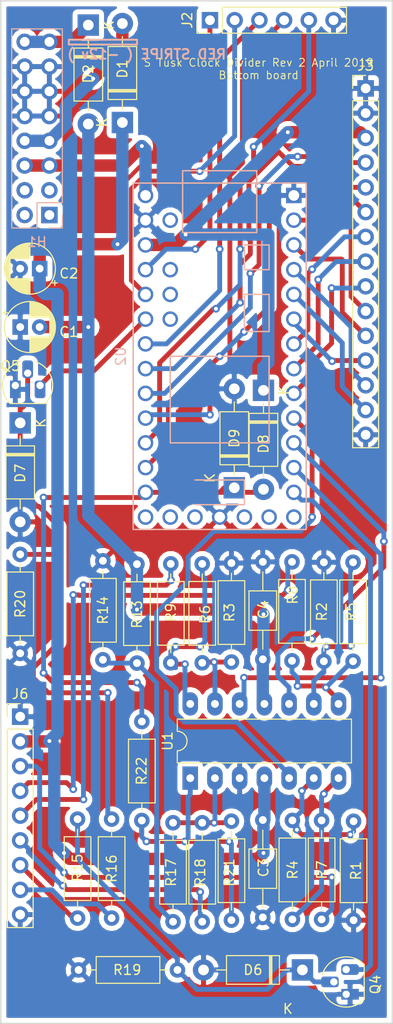
<source format=kicad_pcb>
(kicad_pcb (version 20171130) (host pcbnew "(5.0.1)-3")
  (layers (0 F.Cu signal hide) (31 B.Cu signal hide) (34 B.Paste user hide) (35 F.Paste user hide) (36 B.SilkS user) (37 F.SilkS user) (38 B.Mask user) (39 F.Mask user) (44 Edge.Cuts user))
  (net 0 "")
  (net 1 +12V)
  (net 2 GND)
  (net 3 -12V)
  (net 4 /+12V_in)
  (net 5 /-12V_in)
  (net 6 "Net-(D6-Pad1)")
  (net 7 "Net-(D7-Pad1)")
  (net 8 /CV_in)
  (net 9 /+3_3V)
  (net 10 "Net-(H1-Pad1)")
  (net 11 "Net-(H1-Pad2)")
  (net 12 "Net-(H1-Pad3)")
  (net 13 "Net-(H1-Pad4)")
  (net 14 +5V)
  (net 15 /LED_Sh_B)
  (net 16 /Pot_Length)
  (net 17 /Pot_Divisions)
  (net 18 /Pot_CVamt)
  (net 19 /EncoderA)
  (net 20 /EncoderB)
  (net 21 /EncoderSw)
  (net 22 /SW_DivEuc1)
  (net 23 /SW_DivEuc2)
  (net 24 /SW_CVassgn)
  (net 25 /SW_OutMode1)
  (net 26 /SW_OutMode2)
  (net 27 /Rin_B)
  (net 28 /CLin_B)
  (net 29 /CVin_B)
  (net 30 /OutT_B)
  (net 31 /OutM_B)
  (net 32 /OutC_B)
  (net 33 /Trigger_in)
  (net 34 /Cycle_in)
  (net 35 "Net-(R1-Pad1)")
  (net 36 "Net-(R2-Pad1)")
  (net 37 "Net-(R3-Pad1)")
  (net 38 "Net-(R4-Pad1)")
  (net 39 "Net-(R5-Pad1)")
  (net 40 "Net-(R6-Pad1)")
  (net 41 /Vref)
  (net 42 "Net-(R17-Pad1)")
  (net 43 "Net-(R21-Pad1)")
  (net 44 /CV_ind_LED_Length)
  (net 45 /CV_ind_LED_Divs)
  (net 46 /CV_ind_LED_shift)
  (net 47 /CV_ind_LED_shuffle)
  (net 48 /DigiOut_out)
  (net 49 /DigiOut_Cycle)
  (net 50 /DigiOut_Thru)
  (net 51 "Net-(U2-Pad18)")
  (net 52 "Net-(U2-Pad19)")
  (net 53 "Net-(U2-Pad20)")
  (net 54 "Net-(U2-Pad16)")
  (net 55 "Net-(U2-Pad15)")
  (net 56 "Net-(U2-Pad14)")
  (net 57 "Net-(U2-Pad34)")
  (net 58 "Net-(U2-Pad35)")
  (net 59 "Net-(U2-Pad36)")
  (net 60 "Net-(U2-Pad37)")
  (module Package_TO_SOT_THT:TO-92L_HandSolder (layer F.Cu) (at 97 117 90)
    (fp_text reference Q4 (at 1 3 90) (layer F.SilkS))
    (fp_text value 2N3904)
    (pad 1 thru_hole rect (at 0 0 90) (size 1.1 1.8) (drill 0.75 (offset 0 0.4)) (layers *.Cu *.Mask) (net 2 GND))
    (pad 3 thru_hole roundrect (at 2.54 0 90) (size 1.1 1.8) (drill 0.75 (offset 0 0.4)) (layers *.Cu *.Mask) (net 33 /Trigger_in))
    (pad 2 thru_hole roundrect (at 1.27 -1.27 90) (size 1.1 1.8) (drill 0.75 (offset 0 -0.4)) (layers *.Cu *.Mask) (net 6 "Net-(D6-Pad1)"))
  )
  (module Package_TO_SOT_THT:TO-92L_HandSolder (layer F.Cu) (at 63 54.5)
    (fp_text reference Q5 (at -0.5 -2) (layer F.SilkS))
    (fp_text value 2N3904)
    (pad 1 thru_hole rect (at 0 0) (size 1.1 1.8) (drill 0.75 (offset 0 0.4)) (layers *.Cu *.Mask) (net 2 GND))
    (pad 3 thru_hole roundrect (at 2.54 0) (size 1.1 1.8) (drill 0.75 (offset 0 0.4)) (layers *.Cu *.Mask) (net 34 /Cycle_in))
    (pad 2 thru_hole roundrect (at 1.27 -1.27) (size 1.1 1.8) (drill 0.75 (offset 0 -0.4)) (layers *.Cu *.Mask) (net 7 "Net-(D7-Pad1)"))
  )
  (module Capacitor_THT:C_Axial_L3.8mm_D2.6mm_P10.00mm_Horizontal (layer F.Cu) (at 88.431834 82.606702 90)
    (fp_text reference C4 (at 5.106702 0.068166 90) (layer F.SilkS))
    (fp_text value 100nF)
    (pad 2 thru_hole oval (at 10 0 90) (size 1.6 1.6) (drill 0.8) (layers *.Cu *.Mask) (net 2 GND))
    (pad 1 thru_hole circle (at 0 0 90) (size 1.6 1.6) (drill 0.8) (layers *.Cu *.Mask) (net 3 -12V))
  )
  (module Capacitor_THT:C_Axial_L3.8mm_D2.6mm_P10.00mm_Horizontal (layer F.Cu) (at 88.431834 109.106702 90)
    (fp_text reference C3 (at 5.106702 0.068166 90) (layer F.SilkS))
    (fp_text value 100nF)
    (pad 2 thru_hole oval (at 10 0 90) (size 1.6 1.6) (drill 0.8) (layers *.Cu *.Mask) (net 1 +12V))
    (pad 1 thru_hole circle (at 0 0 90) (size 1.6 1.6) (drill 0.8) (layers *.Cu *.Mask) (net 2 GND))
  )
  (module Capacitor_THT:CP_Radial_D5.0mm_P2.00mm (layer F.Cu) (at 65.5 42.5 180)
    (fp_text reference C1 (at -3 -6.5 180) (layer F.SilkS))
    (fp_text value 10uF)
    (pad 1 thru_hole rect (at 0 0 180) (size 1.6 1.6) (drill 0.8) (layers *.Cu *.Mask) (net 1 +12V))
    (pad 2 thru_hole circle (at 2 0 180) (size 1.6 1.6) (drill 0.8) (layers *.Cu *.Mask) (net 2 GND))
  )
  (module Capacitor_THT:CP_Radial_D5.0mm_P2.00mm (layer F.Cu) (at 63.5 48.5)
    (fp_text reference C2 (at 5 -5.5) (layer F.SilkS))
    (fp_text value 10uF)
    (pad 2 thru_hole circle (at 2 0) (size 1.6 1.6) (drill 0.8) (layers *.Cu *.Mask) (net 3 -12V))
    (pad 1 thru_hole rect (at 0 0) (size 1.6 1.6) (drill 0.8) (layers *.Cu *.Mask) (net 2 GND))
  )
  (module Diode_THT:D_DO-41_SOD81_P10.16mm_Horizontal (layer F.Cu) (at 74 27.5 90)
    (fp_text reference D1 (at 5.5 0 90) (layer F.SilkS))
    (fp_text value 1N4001)
    (fp_text user K (at 0 -2.1 90) (layer F.SilkS))
    (pad 2 thru_hole oval (at 10.16 0 90) (size 2.2 2.2) (drill 1.1) (layers *.Cu *.Mask) (net 4 /+12V_in))
    (pad 1 thru_hole rect (at 0 0 90) (size 2.2 2.2) (drill 1.1) (layers *.Cu *.Mask) (net 1 +12V))
  )
  (module Diode_THT:D_DO-41_SOD81_P10.16mm_Horizontal (layer F.Cu) (at 70.5 17.5 270)
    (fp_text reference D2 (at 5 0 270) (layer F.SilkS))
    (fp_text value 1N4001)
    (fp_text user K (at 0 -2.1 270) (layer F.SilkS))
    (pad 1 thru_hole rect (at 0 0 270) (size 2.2 2.2) (drill 1.1) (layers *.Cu *.Mask) (net 5 /-12V_in))
    (pad 2 thru_hole oval (at 10.16 0 270) (size 2.2 2.2) (drill 1.1) (layers *.Cu *.Mask) (net 3 -12V))
  )
  (module Diode_THT:D_DO-41_SOD81_P10.16mm_Horizontal (layer F.Cu) (at 92.5 114.5 180)
    (fp_text reference D6 (at 5.08 0 180) (layer F.SilkS))
    (fp_text value 1N4001)
    (fp_text user K (at 1.5 -4 180) (layer F.SilkS))
    (pad 1 thru_hole rect (at 0 0 180) (size 2.2 2.2) (drill 1.1) (layers *.Cu *.Mask) (net 6 "Net-(D6-Pad1)"))
    (pad 2 thru_hole oval (at 10.16 0 180) (size 2.2 2.2) (drill 1.1) (layers *.Cu *.Mask) (net 2 GND))
  )
  (module Diode_THT:D_DO-41_SOD81_P10.16mm_Horizontal (layer F.Cu) (at 63.5 58.34 270)
    (fp_text reference D7 (at 5.16 0 270) (layer F.SilkS))
    (fp_text value 1N4001)
    (fp_text user K (at 0 -2.1 270) (layer F.SilkS))
    (pad 1 thru_hole rect (at 0 0 270) (size 2.2 2.2) (drill 1.1) (layers *.Cu *.Mask) (net 7 "Net-(D7-Pad1)"))
    (pad 2 thru_hole oval (at 10.16 0 270) (size 2.2 2.2) (drill 1.1) (layers *.Cu *.Mask) (net 2 GND))
  )
  (module Diode_THT:D_DO-41_SOD81_P10.16mm_Horizontal (layer F.Cu) (at 88.5 55 270)
    (fp_text reference D8 (at 5.5 0 270) (layer F.SilkS))
    (fp_text value 1N4001)
    (fp_text user K (at 0 -2.1 270) (layer F.SilkS))
    (pad 2 thru_hole oval (at 10.16 0 270) (size 2.2 2.2) (drill 1.1) (layers *.Cu *.Mask) (net 8 /CV_in))
    (pad 1 thru_hole rect (at 0 0 270) (size 2.2 2.2) (drill 1.1) (layers *.Cu *.Mask) (net 9 /+3_3V))
  )
  (module Diode_THT:D_DO-41_SOD81_P10.16mm_Horizontal (layer F.Cu) (at 85.5 65 90)
    (fp_text reference D9 (at 5.08 0 90) (layer F.SilkS))
    (fp_text value 1N4001)
    (fp_text user K (at 1 -2.5 90) (layer F.SilkS))
    (pad 2 thru_hole oval (at 10.16 0 90) (size 2.2 2.2) (drill 1.1) (layers *.Cu *.Mask) (net 2 GND))
    (pad 1 thru_hole rect (at 0 0 90) (size 2.2 2.2) (drill 1.1) (layers *.Cu *.Mask) (net 8 /CV_in))
  )
  (module Connector_PinSocket_2.54mm:PinSocket_2x08_P2.54mm_Vertical (layer B.Cu) (at 66.5 37)
    (fp_text reference H1 (at -1.27 2.77) (layer B.SilkS) (effects (justify mirror)))
    (fp_text value EURO_PWR_2X8)
    (pad 1 thru_hole rect (at 0 0) (size 1.7 1.7) (drill 1) (layers *.Cu *.Mask) (net 10 "Net-(H1-Pad1)"))
    (pad 2 thru_hole oval (at -2.54 0) (size 1.7 1.7) (drill 1) (layers *.Cu *.Mask) (net 11 "Net-(H1-Pad2)"))
    (pad 3 thru_hole oval (at 0 -2.54) (size 1.7 1.7) (drill 1) (layers *.Cu *.Mask) (net 12 "Net-(H1-Pad3)"))
    (pad 4 thru_hole oval (at -2.54 -2.54) (size 1.7 1.7) (drill 1) (layers *.Cu *.Mask) (net 13 "Net-(H1-Pad4)"))
    (pad 5 thru_hole oval (at 0 -5.08) (size 1.7 1.7) (drill 1) (layers *.Cu *.Mask) (net 14 +5V))
    (pad 6 thru_hole oval (at -2.54 -5.08) (size 1.7 1.7) (drill 1) (layers *.Cu *.Mask) (net 14 +5V))
    (pad 7 thru_hole oval (at 0 -7.62) (size 1.7 1.7) (drill 1) (layers *.Cu *.Mask) (net 4 /+12V_in))
    (pad 8 thru_hole oval (at -2.54 -7.62) (size 1.7 1.7) (drill 1) (layers *.Cu *.Mask) (net 4 /+12V_in))
    (pad 9 thru_hole oval (at 0 -10.16) (size 1.7 1.7) (drill 1) (layers *.Cu *.Mask) (net 2 GND))
    (pad 10 thru_hole oval (at -2.54 -10.16) (size 1.7 1.7) (drill 1) (layers *.Cu *.Mask) (net 2 GND))
    (pad 11 thru_hole oval (at 0 -12.7) (size 1.7 1.7) (drill 1) (layers *.Cu *.Mask) (net 2 GND))
    (pad 12 thru_hole oval (at -2.54 -12.7) (size 1.7 1.7) (drill 1) (layers *.Cu *.Mask) (net 2 GND))
    (pad 13 thru_hole oval (at 0 -15.24) (size 1.7 1.7) (drill 1) (layers *.Cu *.Mask) (net 2 GND))
    (pad 14 thru_hole oval (at -2.54 -15.24) (size 1.7 1.7) (drill 1) (layers *.Cu *.Mask) (net 2 GND))
    (pad 15 thru_hole oval (at 0 -17.78) (size 1.7 1.7) (drill 1) (layers *.Cu *.Mask) (net 5 /-12V_in))
    (pad 16 thru_hole oval (at -2.54 -17.78) (size 1.7 1.7) (drill 1) (layers *.Cu *.Mask) (net 5 /-12V_in))
  )
  (module Connector_PinHeader_2.54mm:PinHeader_1x06_P2.54mm_Vertical (layer F.Cu) (at 83 17 90)
    (fp_text reference J2 (at 0 -2.33 90) (layer F.SilkS))
    (fp_text value Conn_01x06_Male)
    (pad 6 thru_hole oval (at 0 12.7 90) (size 1.7 1.7) (drill 1) (layers *.Cu *.Mask) (net 2 GND))
    (pad 5 thru_hole oval (at 0 10.16 90) (size 1.7 1.7) (drill 1) (layers *.Cu *.Mask) (net 15 /LED_Sh_B))
    (pad 4 thru_hole oval (at 0 7.62 90) (size 1.7 1.7) (drill 1) (layers *.Cu *.Mask) (net 47 /CV_ind_LED_shuffle))
    (pad 3 thru_hole oval (at 0 5.08 90) (size 1.7 1.7) (drill 1) (layers *.Cu *.Mask) (net 46 /CV_ind_LED_shift))
    (pad 2 thru_hole oval (at 0 2.54 90) (size 1.7 1.7) (drill 1) (layers *.Cu *.Mask) (net 45 /CV_ind_LED_Divs))
    (pad 1 thru_hole rect (at 0 0 90) (size 1.7 1.7) (drill 1) (layers *.Cu *.Mask) (net 44 /CV_ind_LED_Length))
  )
  (module Connector_PinHeader_2.54mm:PinHeader_1x15_P2.54mm_Vertical (layer F.Cu) (at 99 24)
    (fp_text reference J3 (at 0 -2.33) (layer F.SilkS))
    (fp_text value Conn_01x15_Male)
    (pad 1 thru_hole rect (at 0 0) (size 1.7 1.7) (drill 1) (layers *.Cu *.Mask) (net 2 GND))
    (pad 2 thru_hole oval (at 0 2.54) (size 1.7 1.7) (drill 1) (layers *.Cu *.Mask) (net 2 GND))
    (pad 3 thru_hole oval (at 0 5.08) (size 1.7 1.7) (drill 1) (layers *.Cu *.Mask) (net 9 /+3_3V))
    (pad 4 thru_hole oval (at 0 7.62) (size 1.7 1.7) (drill 1) (layers *.Cu *.Mask) (net 16 /Pot_Length))
    (pad 5 thru_hole oval (at 0 10.16) (size 1.7 1.7) (drill 1) (layers *.Cu *.Mask) (net 17 /Pot_Divisions))
    (pad 6 thru_hole oval (at 0 12.7) (size 1.7 1.7) (drill 1) (layers *.Cu *.Mask) (net 18 /Pot_CVamt))
    (pad 7 thru_hole oval (at 0 15.24) (size 1.7 1.7) (drill 1) (layers *.Cu *.Mask) (net 19 /EncoderA))
    (pad 8 thru_hole oval (at 0 17.78) (size 1.7 1.7) (drill 1) (layers *.Cu *.Mask) (net 20 /EncoderB))
    (pad 9 thru_hole oval (at 0 20.32) (size 1.7 1.7) (drill 1) (layers *.Cu *.Mask) (net 21 /EncoderSw))
    (pad 10 thru_hole oval (at 0 22.86) (size 1.7 1.7) (drill 1) (layers *.Cu *.Mask) (net 22 /SW_DivEuc1))
    (pad 11 thru_hole oval (at 0 25.4) (size 1.7 1.7) (drill 1) (layers *.Cu *.Mask) (net 23 /SW_DivEuc2))
    (pad 12 thru_hole oval (at 0 27.94) (size 1.7 1.7) (drill 1) (layers *.Cu *.Mask) (net 24 /SW_CVassgn))
    (pad 13 thru_hole oval (at 0 30.48) (size 1.7 1.7) (drill 1) (layers *.Cu *.Mask) (net 25 /SW_OutMode1))
    (pad 14 thru_hole oval (at 0 33.02) (size 1.7 1.7) (drill 1) (layers *.Cu *.Mask) (net 26 /SW_OutMode2))
    (pad 15 thru_hole oval (at 0 35.56) (size 1.7 1.7) (drill 1) (layers *.Cu *.Mask) (net 2 GND))
  )
  (module Connector_PinHeader_2.54mm:PinHeader_1x09_P2.54mm_Vertical (layer F.Cu) (at 63.5 88.5)
    (fp_text reference J6 (at 0 -2.33) (layer F.SilkS))
    (fp_text value Conn_01x09_Male)
    (pad 9 thru_hole oval (at 0 20.32) (size 1.7 1.7) (drill 1) (layers *.Cu *.Mask) (net 2 GND))
    (pad 8 thru_hole oval (at 0 17.78) (size 1.7 1.7) (drill 1) (layers *.Cu *.Mask) (net 27 /Rin_B))
    (pad 7 thru_hole oval (at 0 15.24) (size 1.7 1.7) (drill 1) (layers *.Cu *.Mask) (net 28 /CLin_B))
    (pad 6 thru_hole oval (at 0 12.7) (size 1.7 1.7) (drill 1) (layers *.Cu *.Mask) (net 29 /CVin_B))
    (pad 5 thru_hole oval (at 0 10.16) (size 1.7 1.7) (drill 1) (layers *.Cu *.Mask) (net 30 /OutT_B))
    (pad 4 thru_hole oval (at 0 7.62) (size 1.7 1.7) (drill 1) (layers *.Cu *.Mask) (net 31 /OutM_B))
    (pad 3 thru_hole oval (at 0 5.08) (size 1.7 1.7) (drill 1) (layers *.Cu *.Mask) (net 32 /OutC_B))
    (pad 2 thru_hole oval (at 0 2.54) (size 1.7 1.7) (drill 1) (layers *.Cu *.Mask) (net 1 +12V))
    (pad 1 thru_hole rect (at 0 0) (size 1.7 1.7) (drill 1) (layers *.Cu *.Mask) (net 2 GND))
  )
  (module Resistor_THT:R_Axial_DIN0207_L6.3mm_D2.5mm_P10.16mm_Horizontal (layer F.Cu) (at 97.75909 99.236542 270)
    (fp_text reference R1 (at 5.08 -0.24091 270) (layer F.SilkS))
    (fp_text value 100k)
    (pad 1 thru_hole circle (at 0 0 270) (size 1.6 1.6) (drill 0.8) (layers *.Cu *.Mask) (net 35 "Net-(R1-Pad1)"))
    (pad 2 thru_hole oval (at 10.16 0 270) (size 1.6 1.6) (drill 0.8) (layers *.Cu *.Mask) (net 2 GND))
  )
  (module Resistor_THT:R_Axial_DIN0207_L6.3mm_D2.5mm_P10.16mm_Horizontal (layer F.Cu) (at 94.705873 82.811486 90)
    (fp_text reference R2 (at 5.08 -0.205873 90) (layer F.SilkS))
    (fp_text value 100k)
    (pad 2 thru_hole oval (at 10.16 0 90) (size 1.6 1.6) (drill 0.8) (layers *.Cu *.Mask) (net 2 GND))
    (pad 1 thru_hole circle (at 0 0 90) (size 1.6 1.6) (drill 0.8) (layers *.Cu *.Mask) (net 36 "Net-(R2-Pad1)"))
  )
  (module Resistor_THT:R_Axial_DIN0207_L6.3mm_D2.5mm_P10.16mm_Horizontal (layer F.Cu) (at 85.205873 82.890678 90)
    (fp_text reference R3 (at 5.08 -0.205873 90) (layer F.SilkS))
    (fp_text value 100k)
    (pad 1 thru_hole circle (at 0 0 90) (size 1.6 1.6) (drill 0.8) (layers *.Cu *.Mask) (net 37 "Net-(R3-Pad1)"))
    (pad 2 thru_hole oval (at 10.16 0 90) (size 1.6 1.6) (drill 0.8) (layers *.Cu *.Mask) (net 2 GND))
  )
  (module Resistor_THT:R_Axial_DIN0207_L6.3mm_D2.5mm_P10.16mm_Horizontal (layer F.Cu) (at 91.473391 109.311486 90)
    (fp_text reference R4 (at 5.08 0.026609 90) (layer F.SilkS))
    (fp_text value 47k)
    (pad 2 thru_hole oval (at 10.16 0 90) (size 1.6 1.6) (drill 0.8) (layers *.Cu *.Mask) (net 35 "Net-(R1-Pad1)"))
    (pad 1 thru_hole circle (at 0 0 90) (size 1.6 1.6) (drill 0.8) (layers *.Cu *.Mask) (net 38 "Net-(R4-Pad1)"))
  )
  (module Resistor_THT:R_Axial_DIN0207_L6.3mm_D2.5mm_P10.16mm_Horizontal (layer F.Cu) (at 97.705873 82.811486 90)
    (fp_text reference R5 (at 5.08 -0.205873 90) (layer F.SilkS))
    (fp_text value 47k)
    (pad 1 thru_hole circle (at 0 0 90) (size 1.6 1.6) (drill 0.8) (layers *.Cu *.Mask) (net 39 "Net-(R5-Pad1)"))
    (pad 2 thru_hole oval (at 10.16 0 90) (size 1.6 1.6) (drill 0.8) (layers *.Cu *.Mask) (net 36 "Net-(R2-Pad1)"))
  )
  (module Resistor_THT:R_Axial_DIN0207_L6.3mm_D2.5mm_P10.16mm_Horizontal (layer F.Cu) (at 82.205873 72.811486 270)
    (fp_text reference R6 (at 5.188514 -0.294127 270) (layer F.SilkS))
    (fp_text value 47k)
    (pad 1 thru_hole circle (at 0 0 270) (size 1.6 1.6) (drill 0.8) (layers *.Cu *.Mask) (net 40 "Net-(R6-Pad1)"))
    (pad 2 thru_hole oval (at 10.16 0 270) (size 1.6 1.6) (drill 0.8) (layers *.Cu *.Mask) (net 37 "Net-(R3-Pad1)"))
  )
  (module Resistor_THT:R_Axial_DIN0207_L6.3mm_D2.5mm_P10.16mm_Horizontal (layer F.Cu) (at 94.473391 109.311486 90)
    (fp_text reference R7 (at 5.08 0.026609 90) (layer F.SilkS))
    (fp_text value 1k)
    (pad 1 thru_hole circle (at 0 0 90) (size 1.6 1.6) (drill 0.8) (layers *.Cu *.Mask) (net 32 /OutC_B))
    (pad 2 thru_hole oval (at 10.16 0 90) (size 1.6 1.6) (drill 0.8) (layers *.Cu *.Mask) (net 38 "Net-(R4-Pad1)"))
  )
  (module Resistor_THT:R_Axial_DIN0207_L6.3mm_D2.5mm_P10.16mm_Horizontal (layer F.Cu) (at 91.431834 72.606702 270)
    (fp_text reference R8 (at 3.393298 -0.068166 270) (layer F.SilkS))
    (fp_text value 1k)
    (pad 1 thru_hole circle (at 0 0 270) (size 1.6 1.6) (drill 0.8) (layers *.Cu *.Mask) (net 31 /OutM_B))
    (pad 2 thru_hole oval (at 10.16 0 270) (size 1.6 1.6) (drill 0.8) (layers *.Cu *.Mask) (net 39 "Net-(R5-Pad1)"))
  )
  (module Resistor_THT:R_Axial_DIN0207_L6.3mm_D2.5mm_P10.16mm_Horizontal (layer F.Cu) (at 78.973391 72.811486 270)
    (fp_text reference R9 (at 5 0 270) (layer F.SilkS))
    (fp_text value 1k)
    (pad 2 thru_hole oval (at 10.16 0 270) (size 1.6 1.6) (drill 0.8) (layers *.Cu *.Mask) (net 40 "Net-(R6-Pad1)"))
    (pad 1 thru_hole circle (at 0 0 270) (size 1.6 1.6) (drill 0.8) (layers *.Cu *.Mask) (net 30 /OutT_B))
  )
  (module Resistor_THT:R_Axial_DIN0207_L6.3mm_D2.5mm_P10.16mm_Horizontal (layer F.Cu) (at 75.5 83 90)
    (fp_text reference R13 (at 5 0 90) (layer F.SilkS))
    (fp_text value 11k)
    (pad 2 thru_hole oval (at 10.16 0 90) (size 1.6 1.6) (drill 0.8) (layers *.Cu *.Mask) (net 3 -12V))
    (pad 1 thru_hole circle (at 0 0 90) (size 1.6 1.6) (drill 0.8) (layers *.Cu *.Mask) (net 41 /Vref))
  )
  (module Resistor_THT:R_Axial_DIN0207_L6.3mm_D2.5mm_P10.16mm_Horizontal (layer F.Cu) (at 72 72.5 270)
    (fp_text reference R14 (at 5.08 0 270) (layer F.SilkS))
    (fp_text value 91k)
    (pad 2 thru_hole oval (at 10.16 0 270) (size 1.6 1.6) (drill 0.8) (layers *.Cu *.Mask) (net 41 /Vref))
    (pad 1 thru_hole circle (at 0 0 270) (size 1.6 1.6) (drill 0.8) (layers *.Cu *.Mask) (net 2 GND))
  )
  (module Resistor_THT:R_Axial_DIN0207_L6.3mm_D2.5mm_P10.16mm_Horizontal (layer F.Cu) (at 69.394226 99.018477 270)
    (fp_text reference R15 (at 5 0 270) (layer F.SilkS))
    (fp_text value 100k)
    (pad 1 thru_hole circle (at 0 0 270) (size 1.6 1.6) (drill 0.8) (layers *.Cu *.Mask) (net 6 "Net-(D6-Pad1)"))
    (pad 2 thru_hole oval (at 10.16 0 270) (size 1.6 1.6) (drill 0.8) (layers *.Cu *.Mask) (net 28 /CLin_B))
  )
  (module Resistor_THT:R_Axial_DIN0207_L6.3mm_D2.5mm_P10.16mm_Horizontal (layer F.Cu) (at 72.894226 99.018477 270)
    (fp_text reference R16 (at 5.08 0 270) (layer F.SilkS))
    (fp_text value 100k)
    (pad 2 thru_hole oval (at 10.16 0 270) (size 1.6 1.6) (drill 0.8) (layers *.Cu *.Mask) (net 27 /Rin_B))
    (pad 1 thru_hole circle (at 0 0 270) (size 1.6 1.6) (drill 0.8) (layers *.Cu *.Mask) (net 7 "Net-(D7-Pad1)"))
  )
  (module Resistor_THT:R_Axial_DIN0207_L6.3mm_D2.5mm_P10.16mm_Horizontal (layer F.Cu) (at 79.205873 99.390678 270)
    (fp_text reference R17 (at 5.109322 0.205873 270) (layer F.SilkS))
    (fp_text value 100k)
    (pad 1 thru_hole circle (at 0 0 270) (size 1.6 1.6) (drill 0.8) (layers *.Cu *.Mask) (net 42 "Net-(R17-Pad1)"))
    (pad 2 thru_hole oval (at 10.16 0 270) (size 1.6 1.6) (drill 0.8) (layers *.Cu *.Mask) (net 41 /Vref))
  )
  (module Resistor_THT:R_Axial_DIN0207_L6.3mm_D2.5mm_P10.16mm_Horizontal (layer F.Cu) (at 82.205873 99.390678 270)
    (fp_text reference R18 (at 5.109322 0.205873 270) (layer F.SilkS))
    (fp_text value 100k)
    (pad 2 thru_hole oval (at 10.16 0 270) (size 1.6 1.6) (drill 0.8) (layers *.Cu *.Mask) (net 29 /CVin_B))
    (pad 1 thru_hole circle (at 0 0 270) (size 1.6 1.6) (drill 0.8) (layers *.Cu *.Mask) (net 42 "Net-(R17-Pad1)"))
  )
  (module Resistor_THT:R_Axial_DIN0207_L6.3mm_D2.5mm_P10.16mm_Horizontal (layer F.Cu) (at 69.5 114.5)
    (fp_text reference R19 (at 5 0) (layer F.SilkS))
    (fp_text value 33k)
    (pad 2 thru_hole oval (at 10.16 0) (size 1.6 1.6) (drill 0.8) (layers *.Cu *.Mask) (net 6 "Net-(D6-Pad1)"))
    (pad 1 thru_hole circle (at 0 0) (size 1.6 1.6) (drill 0.8) (layers *.Cu *.Mask) (net 2 GND))
  )
  (module Resistor_THT:R_Axial_DIN0207_L6.3mm_D2.5mm_P10.16mm_Horizontal (layer F.Cu) (at 63.5 82 90)
    (fp_text reference R20 (at 5.08 0 90) (layer F.SilkS))
    (fp_text value 33k)
    (pad 1 thru_hole circle (at 0 0 90) (size 1.6 1.6) (drill 0.8) (layers *.Cu *.Mask) (net 2 GND))
    (pad 2 thru_hole oval (at 10.16 0 90) (size 1.6 1.6) (drill 0.8) (layers *.Cu *.Mask) (net 7 "Net-(D7-Pad1)"))
  )
  (module Resistor_THT:R_Axial_DIN0207_L6.3mm_D2.5mm_P10.16mm_Horizontal (layer F.Cu) (at 85.205873 109.390678 90)
    (fp_text reference R21 (at 4.890678 -0.205873 90) (layer F.SilkS))
    (fp_text value 15k)
    (pad 1 thru_hole circle (at 0 0 90) (size 1.6 1.6) (drill 0.8) (layers *.Cu *.Mask) (net 43 "Net-(R21-Pad1)"))
    (pad 2 thru_hole oval (at 10.16 0 90) (size 1.6 1.6) (drill 0.8) (layers *.Cu *.Mask) (net 42 "Net-(R17-Pad1)"))
  )
  (module Resistor_THT:R_Axial_DIN0207_L6.3mm_D2.5mm_P10.16mm_Horizontal (layer F.Cu) (at 76 89 270)
    (fp_text reference R22 (at 5.08 0.026609 270) (layer F.SilkS))
    (fp_text value 10k)
    (pad 2 thru_hole oval (at 10.16 0 270) (size 1.6 1.6) (drill 0.8) (layers *.Cu *.Mask) (net 43 "Net-(R21-Pad1)"))
    (pad 1 thru_hole circle (at 0 0 270) (size 1.6 1.6) (drill 0.8) (layers *.Cu *.Mask) (net 8 /CV_in))
  )
  (module Package_DIP:DIP-14_W7.62mm_LongPads (layer F.Cu) (at 80.973391 94.811486 90)
    (fp_text reference U1 (at 3.81 -2.33 90) (layer F.SilkS))
    (fp_text value TL074)
    (pad 1 thru_hole rect (at 0 0 90) (size 2.4 1.6) (drill 0.8) (layers *.Cu *.Mask) (net 43 "Net-(R21-Pad1)"))
    (pad 8 thru_hole oval (at 7.62 15.24 90) (size 2.4 1.6) (drill 0.8) (layers *.Cu *.Mask) (net 39 "Net-(R5-Pad1)"))
    (pad 2 thru_hole oval (at 0 2.54 90) (size 2.4 1.6) (drill 0.8) (layers *.Cu *.Mask) (net 42 "Net-(R17-Pad1)"))
    (pad 9 thru_hole oval (at 7.62 12.7 90) (size 2.4 1.6) (drill 0.8) (layers *.Cu *.Mask) (net 36 "Net-(R2-Pad1)"))
    (pad 3 thru_hole oval (at 0 5.08 90) (size 2.4 1.6) (drill 0.8) (layers *.Cu *.Mask) (net 2 GND))
    (pad 10 thru_hole oval (at 7.62 10.16 90) (size 2.4 1.6) (drill 0.8) (layers *.Cu *.Mask) (net 48 /DigiOut_out))
    (pad 4 thru_hole oval (at 0 7.62 90) (size 2.4 1.6) (drill 0.8) (layers *.Cu *.Mask) (net 1 +12V))
    (pad 11 thru_hole oval (at 7.62 7.62 90) (size 2.4 1.6) (drill 0.8) (layers *.Cu *.Mask) (net 3 -12V))
    (pad 5 thru_hole oval (at 0 10.16 90) (size 2.4 1.6) (drill 0.8) (layers *.Cu *.Mask) (net 49 /DigiOut_Cycle))
    (pad 12 thru_hole oval (at 7.62 5.08 90) (size 2.4 1.6) (drill 0.8) (layers *.Cu *.Mask) (net 50 /DigiOut_Thru))
    (pad 6 thru_hole oval (at 0 12.7 90) (size 2.4 1.6) (drill 0.8) (layers *.Cu *.Mask) (net 35 "Net-(R1-Pad1)"))
    (pad 13 thru_hole oval (at 7.62 2.54 90) (size 2.4 1.6) (drill 0.8) (layers *.Cu *.Mask) (net 37 "Net-(R3-Pad1)"))
    (pad 7 thru_hole oval (at 0 15.24 90) (size 2.4 1.6) (drill 0.8) (layers *.Cu *.Mask) (net 38 "Net-(R4-Pad1)"))
    (pad 14 thru_hole oval (at 7.62 0 90) (size 2.4 1.6) (drill 0.8) (layers *.Cu *.Mask) (net 40 "Net-(R6-Pad1)"))
  )
  (module teensy:TeensyLC_fixed_pads (layer B.Cu) (at 84 51.5 270)
    (fp_text reference U2 (at 0 10.16 270) (layer B.SilkS) (effects (justify mirror)))
    (fp_text value Teensy-LC)
    (pad 17 thru_hole circle (at 16.51 0 270) (size 1.6 1.6) (drill 1.1) (layers *.Cu *.Mask) (net 2 GND))
    (pad 18 thru_hole circle (at 16.51 2.54 270) (size 1.6 1.6) (drill 1.1) (layers *.Cu *.Mask) (net 51 "Net-(U2-Pad18)"))
    (pad 19 thru_hole circle (at 16.51 5.08 270) (size 1.6 1.6) (drill 1.1) (layers *.Cu *.Mask) (net 52 "Net-(U2-Pad19)"))
    (pad 20 thru_hole circle (at 16.51 7.62 270) (size 1.6 1.6) (drill 1.1) (layers *.Cu *.Mask) (net 53 "Net-(U2-Pad20)"))
    (pad 16 thru_hole circle (at 16.51 -2.54 270) (size 1.6 1.6) (drill 1.1) (layers *.Cu *.Mask) (net 54 "Net-(U2-Pad16)"))
    (pad 15 thru_hole circle (at 16.51 -5.08 270) (size 1.6 1.6) (drill 1.1) (layers *.Cu *.Mask) (net 55 "Net-(U2-Pad15)"))
    (pad 14 thru_hole circle (at 16.51 -7.62 270) (size 1.6 1.6) (drill 1.1) (layers *.Cu *.Mask) (net 56 "Net-(U2-Pad14)"))
    (pad 21 thru_hole circle (at 13.97 7.62 270) (size 1.6 1.6) (drill 1.1) (layers *.Cu *.Mask) (net 8 /CV_in))
    (pad 22 thru_hole circle (at 11.43 7.62 270) (size 1.6 1.6) (drill 1.1) (layers *.Cu *.Mask) (net 18 /Pot_CVamt))
    (pad 23 thru_hole circle (at 8.89 7.62 270) (size 1.6 1.6) (drill 1.1) (layers *.Cu *.Mask) (net 15 /LED_Sh_B))
    (pad 24 thru_hole circle (at 6.35 7.62 270) (size 1.6 1.6) (drill 1.1) (layers *.Cu *.Mask) (net 47 /CV_ind_LED_shuffle))
    (pad 25 thru_hole circle (at 3.81 7.62 270) (size 1.6 1.6) (drill 1.1) (layers *.Cu *.Mask) (net 16 /Pot_Length))
    (pad 26 thru_hole circle (at 1.27 7.62 270) (size 1.6 1.6) (drill 1.1) (layers *.Cu *.Mask) (net 17 /Pot_Divisions))
    (pad 27 thru_hole circle (at -1.27 7.62 270) (size 1.6 1.6) (drill 1.1) (layers *.Cu *.Mask) (net 46 /CV_ind_LED_shift))
    (pad 28 thru_hole circle (at -3.81 7.62 270) (size 1.6 1.6) (drill 1.1) (layers *.Cu *.Mask) (net 34 /Cycle_in))
    (pad 29 thru_hole circle (at -6.35 7.62 270) (size 1.6 1.6) (drill 1.1) (layers *.Cu *.Mask) (net 45 /CV_ind_LED_Divs))
    (pad 30 thru_hole circle (at -8.89 7.62 270) (size 1.6 1.6) (drill 1.1) (layers *.Cu *.Mask) (net 44 /CV_ind_LED_Length))
    (pad 31 thru_hole circle (at -11.43 7.62 270) (size 1.6 1.6) (drill 1.1) (layers *.Cu *.Mask) (net 9 /+3_3V))
    (pad 32 thru_hole circle (at -13.97 7.62 270) (size 1.6 1.6) (drill 1.1) (layers *.Cu *.Mask) (net 2 GND))
    (pad 33 thru_hole circle (at -16.51 7.62 270) (size 1.6 1.6) (drill 1.1) (layers *.Cu *.Mask) (net 14 +5V))
    (pad 34 thru_hole circle (at -13.97 5.08 270) (size 1.6 1.6) (drill 1.1) (layers *.Cu *.Mask) (net 57 "Net-(U2-Pad34)"))
    (pad 35 thru_hole circle (at -8.89 5.08 270) (size 1.6 1.6) (drill 1.1) (layers *.Cu *.Mask) (net 58 "Net-(U2-Pad35)"))
    (pad 36 thru_hole circle (at -6.35 5.08 270) (size 1.6 1.6) (drill 1.1) (layers *.Cu *.Mask) (net 59 "Net-(U2-Pad36)"))
    (pad 37 thru_hole circle (at -3.81 5.08 270) (size 1.6 1.6) (drill 1.1) (layers *.Cu *.Mask) (net 60 "Net-(U2-Pad37)"))
    (pad 13 thru_hole circle (at 13.97 -7.62 270) (size 1.6 1.6) (drill 1.1) (layers *.Cu *.Mask) (net 33 /Trigger_in))
    (pad 12 thru_hole circle (at 11.43 -7.62 270) (size 1.6 1.6) (drill 1.1) (layers *.Cu *.Mask) (net 50 /DigiOut_Thru))
    (pad 11 thru_hole circle (at 8.89 -7.62 270) (size 1.6 1.6) (drill 1.1) (layers *.Cu *.Mask) (net 48 /DigiOut_out))
    (pad 10 thru_hole circle (at 6.35 -7.62 270) (size 1.6 1.6) (drill 1.1) (layers *.Cu *.Mask) (net 49 /DigiOut_Cycle))
    (pad 9 thru_hole circle (at 3.81 -7.62 270) (size 1.6 1.6) (drill 1.1) (layers *.Cu *.Mask) (net 21 /EncoderSw))
    (pad 8 thru_hole circle (at 1.27 -7.62 270) (size 1.6 1.6) (drill 1.1) (layers *.Cu *.Mask) (net 20 /EncoderB))
    (pad 7 thru_hole circle (at -1.27 -7.62 270) (size 1.6 1.6) (drill 1.1) (layers *.Cu *.Mask) (net 19 /EncoderA))
    (pad 6 thru_hole circle (at -3.81 -7.62 270) (size 1.6 1.6) (drill 1.1) (layers *.Cu *.Mask) (net 24 /SW_CVassgn))
    (pad 5 thru_hole circle (at -6.35 -7.62 270) (size 1.6 1.6) (drill 1.1) (layers *.Cu *.Mask) (net 26 /SW_OutMode2))
    (pad 4 thru_hole circle (at -8.89 -7.62 270) (size 1.6 1.6) (drill 1.1) (layers *.Cu *.Mask) (net 25 /SW_OutMode1))
    (pad 3 thru_hole circle (at -11.43 -7.62 270) (size 1.6 1.6) (drill 1.1) (layers *.Cu *.Mask) (net 23 /SW_DivEuc2))
    (pad 2 thru_hole circle (at -13.97 -7.62 270) (size 1.6 1.6) (drill 1.1) (layers *.Cu *.Mask) (net 22 /SW_DivEuc1))
    (pad 1 thru_hole rect (at -16.51 -7.62 270) (size 1.6 1.6) (drill 1.1) (layers *.Cu *.Mask) (net 2 GND))
  )
  (gr_text "RED STRIPE ( -12v )" (at 76.5 20.5) (layer B.SilkS) (effects (font (size 1 1) (thickness 0.2)) (justify mirror)))
  (gr_line (start 75.5 19.5) (end 75.5 19) (layer B.SilkS) (width 0.2))
  (gr_line (start 68.5 19.5) (end 75.5 19.5) (layer B.SilkS) (width 0.2))
  (gr_line (start 68.5 19) (end 68.5 19.5) (layer B.SilkS) (width 0.2))
  (gr_line (start 68.5 19.5) (end 68.5 19) (layer B.SilkS) (width 0.2))
  (gr_line (start 68.5 19) (end 75.5 19) (layer B.SilkS) (width 0.2))
  (gr_text "S Tusk Clock Divider Rev 2 April 2019\nBottom board" (at 88 22) (layer F.SilkS) (effects (font (size 0.8 0.8) (thickness 0.1))))
  (gr_line (start 61.5 120) (end 101.75 120) (layer Edge.Cuts) (width 0.15))
  (gr_line (start 101.75 15) (end 101.75 120) (layer Edge.Cuts) (width 0.15))
  (gr_line (start 61.5 15) (end 61.5 120) (layer Edge.Cuts) (width 0.15))
  (gr_line (start 61.5 15) (end 101.75 15) (layer Edge.Cuts) (width 0.15))
  (segment (start 88.593391 98.945145) (end 88.431834 99.106702) (width 1.27) (layer B.Cu) (net 1))
  (segment (start 88.593391 94.811486) (end 88.593391 98.945145) (width 1.27) (layer B.Cu) (net 1))
  (segment (start 74 27.5) (end 74 27.635) (width 1.27) (layer F.Cu) (net 1))
  (via (at 66.5 91) (size 1.2) (drill 0.4) (layers F.Cu B.Cu) (net 1))
  (segment (start 63.5 91.04) (end 66.46 91.04) (width 1.27) (layer F.Cu) (net 1))
  (segment (start 66.46 91.04) (end 66.5 91) (width 1.27) (layer F.Cu) (net 1))
  (segment (start 66.5 91) (end 67 91.5) (width 1.27) (layer B.Cu) (net 1))
  (via (at 68 102.5) (size 1.2) (drill 0.4) (layers F.Cu B.Cu) (net 1))
  (segment (start 67 91.5) (end 67 101.5) (width 1.27) (layer B.Cu) (net 1))
  (segment (start 67 101.5) (end 68 102.5) (width 1.27) (layer B.Cu) (net 1))
  (via (at 88.5 102.5) (size 1.2) (drill 0.4) (layers F.Cu B.Cu) (net 1))
  (segment (start 87.900001 103.099999) (end 88.5 102.5) (width 1.27) (layer F.Cu) (net 1))
  (segment (start 68 102.5) (end 68.599999 103.099999) (width 1.27) (layer F.Cu) (net 1))
  (segment (start 68.599999 103.099999) (end 87.900001 103.099999) (width 1.27) (layer F.Cu) (net 1))
  (segment (start 88.5 99.174868) (end 88.431834 99.106702) (width 1.27) (layer B.Cu) (net 1))
  (segment (start 88.5 102.5) (end 88.5 99.174868) (width 1.27) (layer B.Cu) (net 1))
  (via (at 73.5 40) (size 1.2) (drill 0.4) (layers F.Cu B.Cu) (net 1))
  (segment (start 74 27.5) (end 74 39.5) (width 1.27) (layer B.Cu) (net 1))
  (segment (start 74 39.5) (end 73.5 40) (width 1.27) (layer B.Cu) (net 1))
  (segment (start 65.5 40.43) (end 65.5 42.5) (width 1.27) (layer F.Cu) (net 1))
  (segment (start 65.93 40) (end 65.5 40.43) (width 1.27) (layer F.Cu) (net 1))
  (segment (start 73.5 40) (end 65.93 40) (width 1.27) (layer F.Cu) (net 1))
  (segment (start 65.5 44.57) (end 65.5 42.5) (width 1.27) (layer B.Cu) (net 1))
  (segment (start 66.044188 45.114188) (end 65.5 44.57) (width 1.27) (layer B.Cu) (net 1))
  (segment (start 67.32999 45.114188) (end 66.044188 45.114188) (width 1.27) (layer B.Cu) (net 1))
  (segment (start 67.335001 45.119199) (end 67.32999 45.114188) (width 1.27) (layer B.Cu) (net 1))
  (segment (start 67.335001 90.164999) (end 67.335001 45.119199) (width 1.27) (layer B.Cu) (net 1))
  (segment (start 66.5 91) (end 67.335001 90.164999) (width 1.27) (layer B.Cu) (net 1))
  (segment (start 66.5 21.76) (end 63.96 21.76) (width 0.5) (layer B.Cu) (net 2))
  (segment (start 63.96 21.76) (end 63.96 24.3) (width 0.5) (layer B.Cu) (net 2))
  (segment (start 63.96 24.3) (end 63.96 26.84) (width 0.5) (layer B.Cu) (net 2))
  (segment (start 63.96 26.84) (end 66.5 26.84) (width 0.5) (layer B.Cu) (net 2))
  (segment (start 66.5 26.84) (end 66.5 24.3) (width 0.5) (layer B.Cu) (net 2))
  (segment (start 66.5 24.3) (end 66.5 21.76) (width 0.5) (layer B.Cu) (net 2))
  (segment (start 66.5 24.3) (end 63.96 24.3) (width 0.5) (layer B.Cu) (net 2))
  (segment (start 63.5 42.5) (end 63.5 48.5) (width 0.5) (layer B.Cu) (net 2))
  (segment (start 63.5 49.8) (end 63.5 48.5) (width 0.5) (layer B.Cu) (net 2))
  (segment (start 63 50.3) (end 63.5 49.8) (width 0.5) (layer B.Cu) (net 2))
  (segment (start 63 54.5) (end 63 50.3) (width 0.5) (layer B.Cu) (net 2))
  (segment (start 88.431834 87.029929) (end 88.593391 87.191486) (width 1.27) (layer B.Cu) (net 3))
  (segment (start 88.431834 82.606702) (end 88.431834 87.029929) (width 1.27) (layer B.Cu) (net 3))
  (via (at 88.5 78) (size 1.2) (drill 0.4) (layers F.Cu B.Cu) (net 3))
  (segment (start 88 77.5) (end 88.5 78) (width 1.27) (layer F.Cu) (net 3))
  (segment (start 88.5 82.538536) (end 88.431834 82.606702) (width 1.27) (layer B.Cu) (net 3))
  (segment (start 88.5 78) (end 88.5 82.538536) (width 1.27) (layer B.Cu) (net 3))
  (via (at 75.5 77.5) (size 1.2) (drill 0.4) (layers F.Cu B.Cu) (net 3))
  (segment (start 75.5 72.84) (end 75.5 77.5) (width 1.27) (layer B.Cu) (net 3))
  (segment (start 75.5 77.5) (end 88 77.5) (width 1.27) (layer F.Cu) (net 3))
  (segment (start 70.5 27.66) (end 70.5 46) (width 1.27) (layer B.Cu) (net 3))
  (segment (start 70.5 67.84) (end 75.5 72.84) (width 1.27) (layer B.Cu) (net 3))
  (via (at 70.5 48.5) (size 1.2) (drill 0.4) (layers F.Cu B.Cu) (net 3))
  (segment (start 65.5 48.5) (end 70.5 48.5) (width 1.27) (layer F.Cu) (net 3))
  (segment (start 70.5 46) (end 70.5 48.5) (width 1.27) (layer B.Cu) (net 3))
  (segment (start 70.5 48.5) (end 70.5 67.84) (width 1.27) (layer B.Cu) (net 3))
  (via (at 71 23) (size 1.2) (drill 0.4) (layers F.Cu B.Cu) (net 4))
  (segment (start 74 17.34) (end 74 20) (width 1.27) (layer F.Cu) (net 4))
  (segment (start 74 20) (end 71 23) (width 1.27) (layer F.Cu) (net 4))
  (segment (start 70.400001 23.599999) (end 70.400001 23.729801) (width 1.27) (layer B.Cu) (net 4))
  (segment (start 71 23) (end 70.400001 23.599999) (width 1.27) (layer B.Cu) (net 4))
  (segment (start 66.5 29.38) (end 63.96 29.38) (width 1.27) (layer B.Cu) (net 4))
  (segment (start 67.349999 28.530001) (end 66.5 29.38) (width 1.27) (layer B.Cu) (net 4))
  (segment (start 68.185001 27.694999) (end 67.349999 28.530001) (width 1.27) (layer B.Cu) (net 4))
  (segment (start 68.185001 25.814999) (end 68.185001 27.694999) (width 1.27) (layer B.Cu) (net 4))
  (segment (start 70.400001 23.599999) (end 68.185001 25.814999) (width 1.27) (layer B.Cu) (net 4))
  (segment (start 70.22 17.22) (end 70.5 17.5) (width 1.27) (layer F.Cu) (net 5))
  (segment (start 66.5 19.22) (end 63.96 19.22) (width 1.27) (layer B.Cu) (net 5))
  (segment (start 68.78 19.22) (end 70.5 17.5) (width 1.27) (layer F.Cu) (net 5))
  (segment (start 66.5 19.22) (end 68.78 19.22) (width 1.27) (layer F.Cu) (net 5))
  (segment (start 93.73 115.73) (end 92.5 114.5) (width 0.5) (layer B.Cu) (net 6))
  (segment (start 90.9 114.5) (end 92.5 114.5) (width 0.5) (layer B.Cu) (net 6))
  (segment (start 88.9 116.5) (end 90.9 114.5) (width 0.5) (layer B.Cu) (net 6))
  (segment (start 81.66 116.5) (end 88.9 116.5) (width 0.5) (layer B.Cu) (net 6))
  (segment (start 79.66 114.5) (end 81.66 116.5) (width 0.5) (layer B.Cu) (net 6))
  (segment (start 69.394226 100.149847) (end 69.394226 99.018477) (width 0.5) (layer B.Cu) (net 6))
  (segment (start 69.394226 103.102856) (end 69.394226 100.149847) (width 0.5) (layer B.Cu) (net 6))
  (segment (start 79.66 113.36863) (end 69.394226 103.102856) (width 0.5) (layer B.Cu) (net 6))
  (segment (start 79.66 114.5) (end 79.66 113.36863) (width 0.5) (layer B.Cu) (net 6))
  (segment (start 93.73 115.73) (end 95.73 115.73) (width 0.5) (layer B.Cu) (net 6))
  (segment (start 63.5 58.34) (end 63.5 56.74) (width 0.5) (layer F.Cu) (net 7))
  (segment (start 63.5 56.74) (end 63.76 56.74) (width 0.5) (layer F.Cu) (net 7))
  (segment (start 64.27 56.23) (end 64.27 53.23) (width 0.5) (layer F.Cu) (net 7))
  (segment (start 63.76 56.74) (end 64.27 56.23) (width 0.5) (layer F.Cu) (net 7))
  (segment (start 72.5 86.05) (end 72.5 98.624251) (width 0.5) (layer B.Cu) (net 7))
  (segment (start 72.5 98.624251) (end 72.894226 99.018477) (width 0.5) (layer B.Cu) (net 7))
  (via (at 72.5 86.05) (size 0.8) (drill 0.4) (layers F.Cu B.Cu) (net 7))
  (segment (start 66.395999 86.05) (end 72.5 86.05) (width 0.5) (layer F.Cu) (net 7))
  (segment (start 64.85 84.504001) (end 66.395999 86.05) (width 0.5) (layer F.Cu) (net 7))
  (segment (start 64.85 83.495999) (end 64.85 84.504001) (width 0.5) (layer F.Cu) (net 7))
  (segment (start 63.5 65.154001) (end 65.250001 66.904002) (width 0.5) (layer F.Cu) (net 7))
  (segment (start 63.5 58.34) (end 63.5 65.154001) (width 0.5) (layer F.Cu) (net 7))
  (segment (start 65.250001 66.904002) (end 65.404002 66.904002) (width 0.5) (layer F.Cu) (net 7))
  (segment (start 65.404002 66.904002) (end 67.5 69) (width 0.5) (layer F.Cu) (net 7))
  (segment (start 67.5 80.845999) (end 64.85 83.495999) (width 0.5) (layer F.Cu) (net 7))
  (segment (start 67.34 71.84) (end 63.5 71.84) (width 0.5) (layer F.Cu) (net 7))
  (segment (start 67.5 72) (end 67.34 71.84) (width 0.5) (layer F.Cu) (net 7))
  (segment (start 67.5 72) (end 67.5 80.845999) (width 0.5) (layer F.Cu) (net 7))
  (segment (start 67.5 69) (end 67.5 72) (width 0.5) (layer F.Cu) (net 7))
  (via (at 75.5 85) (size 0.8) (drill 0.4) (layers F.Cu B.Cu) (net 8))
  (segment (start 76 89) (end 76 85.5) (width 0.5) (layer B.Cu) (net 8))
  (segment (start 76 85.5) (end 75.5 85) (width 0.5) (layer B.Cu) (net 8))
  (via (at 65.900001 84) (size 0.8) (drill 0.4) (layers F.Cu B.Cu) (net 8))
  (segment (start 75.5 85) (end 66.900001 85) (width 0.5) (layer F.Cu) (net 8))
  (segment (start 66.900001 85) (end 65.900001 84) (width 0.5) (layer F.Cu) (net 8))
  (via (at 65.900001 66) (size 0.8) (drill 0.4) (layers F.Cu B.Cu) (net 8))
  (segment (start 65.900001 84) (end 65.900001 66) (width 0.5) (layer B.Cu) (net 8))
  (segment (start 75.85 66) (end 76.38 65.47) (width 0.5) (layer F.Cu) (net 8))
  (segment (start 65.900001 66) (end 75.85 66) (width 0.5) (layer F.Cu) (net 8))
  (segment (start 88.19 65.47) (end 88.5 65.16) (width 0.5) (layer F.Cu) (net 8))
  (segment (start 84.47 65) (end 84 65.47) (width 0.5) (layer F.Cu) (net 8))
  (segment (start 85.5 65) (end 84.47 65) (width 0.5) (layer F.Cu) (net 8))
  (segment (start 76.38 65.47) (end 84 65.47) (width 0.5) (layer F.Cu) (net 8))
  (segment (start 84 65.47) (end 88.19 65.47) (width 0.5) (layer F.Cu) (net 8))
  (via (at 80.5 39) (size 1.2) (drill 0.4) (layers F.Cu B.Cu) (net 9))
  (segment (start 76.38 40.07) (end 79.43 40.07) (width 1.27) (layer F.Cu) (net 9))
  (segment (start 79.43 40.07) (end 80.5 39) (width 1.27) (layer F.Cu) (net 9))
  (segment (start 80.5 39) (end 81 38.5) (width 1.27) (layer B.Cu) (net 9))
  (via (at 91 28.5) (size 1.2) (drill 0.4) (layers F.Cu B.Cu) (net 9))
  (segment (start 81 38.5) (end 91 28.5) (width 1.27) (layer B.Cu) (net 9))
  (segment (start 98.42 28.5) (end 99 29.08) (width 1.27) (layer F.Cu) (net 9))
  (segment (start 91 28.5) (end 98.42 28.5) (width 1.27) (layer F.Cu) (net 9))
  (segment (start 88.5 52.63) (end 88.5 55) (width 1.27) (layer B.Cu) (net 9))
  (segment (start 89 52.13) (end 88.5 52.63) (width 1.27) (layer B.Cu) (net 9))
  (segment (start 89 39) (end 89 52.13) (width 1.27) (layer B.Cu) (net 9))
  (segment (start 80.5 39) (end 89 39) (width 1.27) (layer B.Cu) (net 9))
  (segment (start 63.96 31.92) (end 66.5 31.92) (width 1.27) (layer F.Cu) (net 14))
  (via (at 76 29.92) (size 1.2) (drill 0.4) (layers F.Cu B.Cu) (net 14))
  (segment (start 76.38 30.3) (end 76 29.92) (width 1.27) (layer B.Cu) (net 14))
  (segment (start 76.38 34.99) (end 76.38 30.3) (width 1.27) (layer B.Cu) (net 14))
  (segment (start 74 31.92) (end 76 29.92) (width 1.27) (layer F.Cu) (net 14))
  (segment (start 66.5 31.92) (end 74 31.92) (width 1.27) (layer F.Cu) (net 14))
  (via (at 87.485301 29.985301) (size 0.8) (drill 0.4) (layers F.Cu B.Cu) (net 15))
  (segment (start 93.16 17) (end 93.16 24.310602) (width 0.5) (layer B.Cu) (net 15))
  (segment (start 93.16 24.310602) (end 87.485301 29.985301) (width 0.5) (layer B.Cu) (net 15))
  (segment (start 77.830001 58.939999) (end 77.830001 52.169999) (width 0.5) (layer F.Cu) (net 15))
  (segment (start 76.38 60.39) (end 77.830001 58.939999) (width 0.5) (layer F.Cu) (net 15))
  (via (at 83.620464 46.620464) (size 0.8) (drill 0.4) (layers F.Cu B.Cu) (net 15))
  (segment (start 77.830001 52.169999) (end 83.379536 46.620464) (width 0.5) (layer F.Cu) (net 15))
  (segment (start 83.379536 46.620464) (end 83.620464 46.620464) (width 0.5) (layer F.Cu) (net 15))
  (via (at 86.100001 40.5) (size 0.8) (drill 0.4) (layers F.Cu B.Cu) (net 15))
  (segment (start 83.620464 46.620464) (end 86.100001 44.140927) (width 0.5) (layer B.Cu) (net 15))
  (segment (start 86.100001 44.140927) (end 86.100001 40.5) (width 0.5) (layer B.Cu) (net 15))
  (segment (start 87.485301 30.550986) (end 87.485301 29.985301) (width 0.5) (layer F.Cu) (net 15))
  (segment (start 87.485301 31.787505) (end 87.485301 30.550986) (width 0.5) (layer F.Cu) (net 15))
  (segment (start 86.100001 33.172805) (end 87.485301 31.787505) (width 0.5) (layer F.Cu) (net 15))
  (segment (start 86.100001 40.5) (end 86.100001 33.172805) (width 0.5) (layer F.Cu) (net 15))
  (via (at 87.150001 43) (size 0.8) (drill 0.4) (layers F.Cu B.Cu) (net 16))
  (segment (start 87.150001 46.504002) (end 87.150001 43) (width 0.5) (layer B.Cu) (net 16))
  (segment (start 76.38 55.31) (end 78.344003 55.31) (width 0.5) (layer B.Cu) (net 16))
  (segment (start 78.344003 55.31) (end 87.150001 46.504002) (width 0.5) (layer B.Cu) (net 16))
  (via (at 88.050011 34.015269) (size 0.8) (drill 0.4) (layers F.Cu B.Cu) (net 16))
  (segment (start 90.44528 31.62) (end 88.050011 34.015269) (width 0.5) (layer B.Cu) (net 16))
  (segment (start 88.050011 42.09999) (end 87.150001 43) (width 0.5) (layer F.Cu) (net 16))
  (segment (start 88.050011 34.015269) (end 88.050011 42.09999) (width 0.5) (layer F.Cu) (net 16))
  (segment (start 99 31.62) (end 96.62 31.62) (width 0.5) (layer F.Cu) (net 16))
  (segment (start 96.62 31.62) (end 96.5 31.5) (width 0.5) (layer F.Cu) (net 16))
  (via (at 92 31) (size 0.8) (drill 0.4) (layers F.Cu B.Cu) (net 16))
  (segment (start 96.62 31.62) (end 96 31) (width 0.5) (layer F.Cu) (net 16))
  (segment (start 96 31) (end 92 31) (width 0.5) (layer F.Cu) (net 16))
  (segment (start 91.06528 31) (end 90.44528 31.62) (width 0.5) (layer B.Cu) (net 16))
  (segment (start 92 31) (end 91.06528 31) (width 0.5) (layer B.Cu) (net 16))
  (via (at 86.100001 46) (size 0.8) (drill 0.4) (layers F.Cu B.Cu) (net 17))
  (segment (start 76.38 52.77) (end 79.330001 52.77) (width 0.5) (layer B.Cu) (net 17))
  (segment (start 79.330001 52.77) (end 86.100001 46) (width 0.5) (layer B.Cu) (net 17))
  (segment (start 87.150002 39.650002) (end 87.000011 39.500011) (width 0.5) (layer F.Cu) (net 17))
  (segment (start 87.150002 41.004001) (end 87.150002 39.650002) (width 0.5) (layer F.Cu) (net 17))
  (segment (start 86.100001 46) (end 86.100001 42.054002) (width 0.5) (layer F.Cu) (net 17))
  (segment (start 86.100001 42.054002) (end 87.150002 41.004001) (width 0.5) (layer F.Cu) (net 17))
  (segment (start 87.000011 39.500011) (end 87.000011 33.545601) (width 0.5) (layer F.Cu) (net 17))
  (segment (start 99 34.16) (end 97.66 34.16) (width 0.5) (layer F.Cu) (net 17))
  (segment (start 97.66 34.16) (end 95.5 32) (width 0.5) (layer F.Cu) (net 17))
  (segment (start 91.545612 32) (end 90.045612 30.5) (width 0.5) (layer F.Cu) (net 17))
  (segment (start 95.5 32) (end 91.545612 32) (width 0.5) (layer F.Cu) (net 17))
  (segment (start 87.000011 33.545601) (end 90.045612 30.5) (width 0.5) (layer F.Cu) (net 17))
  (via (at 84 51.5) (size 0.8) (drill 0.4) (layers F.Cu B.Cu) (net 18))
  (segment (start 78.730011 56.769989) (end 84 51.5) (width 0.5) (layer F.Cu) (net 18))
  (segment (start 76.38 62.93) (end 78.730011 60.579989) (width 0.5) (layer F.Cu) (net 18))
  (segment (start 78.730011 60.579989) (end 78.730011 56.769989) (width 0.5) (layer F.Cu) (net 18))
  (via (at 86.5 49) (size 0.8) (drill 0.4) (layers F.Cu B.Cu) (net 18))
  (segment (start 84 51.5) (end 86.5 49) (width 0.5) (layer B.Cu) (net 18))
  (segment (start 89.100012 46.399988) (end 89.100012 34.399988) (width 0.5) (layer F.Cu) (net 18))
  (segment (start 86.5 49) (end 89.100012 46.399988) (width 0.5) (layer F.Cu) (net 18))
  (segment (start 89.100012 34.399988) (end 90.5 33) (width 0.5) (layer F.Cu) (net 18))
  (segment (start 95.3 33) (end 99 36.7) (width 0.5) (layer F.Cu) (net 18))
  (segment (start 90.5 33) (end 95.3 33) (width 0.5) (layer F.Cu) (net 18))
  (via (at 93.5 42.570001) (size 0.8) (drill 0.4) (layers F.Cu B.Cu) (net 19))
  (segment (start 99 39.24) (end 96.830001 39.24) (width 0.5) (layer B.Cu) (net 19))
  (segment (start 96.830001 39.24) (end 93.5 42.570001) (width 0.5) (layer B.Cu) (net 19))
  (segment (start 92.419999 49.430001) (end 91.62 50.23) (width 0.5) (layer F.Cu) (net 19))
  (segment (start 93.070001 48.779999) (end 92.419999 49.430001) (width 0.5) (layer F.Cu) (net 19))
  (segment (start 93.070001 43) (end 93.070001 48.779999) (width 0.5) (layer F.Cu) (net 19))
  (segment (start 93.5 42.570001) (end 93.070001 43) (width 0.5) (layer F.Cu) (net 19))
  (via (at 94.120929 43.626004) (size 0.8) (drill 0.4) (layers F.Cu B.Cu) (net 20))
  (segment (start 99 41.78) (end 95.966933 41.78) (width 0.5) (layer B.Cu) (net 20))
  (segment (start 95.966933 41.78) (end 94.120929 43.626004) (width 0.5) (layer B.Cu) (net 20))
  (segment (start 94.120929 50.269071) (end 91.62 52.77) (width 0.5) (layer F.Cu) (net 20))
  (segment (start 94.120929 43.626004) (end 94.120929 50.269071) (width 0.5) (layer F.Cu) (net 20))
  (via (at 95.5 44.5) (size 0.8) (drill 0.4) (layers F.Cu B.Cu) (net 21))
  (segment (start 95.5 50.162806) (end 95.5 44.5) (width 0.5) (layer F.Cu) (net 21))
  (segment (start 93.070001 52.592805) (end 95.5 50.162806) (width 0.5) (layer F.Cu) (net 21))
  (segment (start 91.62 55.31) (end 93.070001 53.859999) (width 0.5) (layer F.Cu) (net 21))
  (segment (start 93.070001 53.859999) (end 93.070001 52.592805) (width 0.5) (layer F.Cu) (net 21))
  (segment (start 98.82 44.5) (end 99 44.32) (width 0.5) (layer B.Cu) (net 21))
  (segment (start 95.5 44.5) (end 98.82 44.5) (width 0.5) (layer B.Cu) (net 21))
  (segment (start 97.03 37.53) (end 91.62 37.53) (width 0.5) (layer F.Cu) (net 22))
  (segment (start 97.499999 37.999999) (end 97.03 37.53) (width 0.5) (layer F.Cu) (net 22))
  (segment (start 99 46.86) (end 97.499999 45.359999) (width 0.5) (layer F.Cu) (net 22))
  (segment (start 97.499999 45.359999) (end 97.499999 37.999999) (width 0.5) (layer F.Cu) (net 22))
  (segment (start 93.070001 41.520001) (end 91.62 40.07) (width 0.5) (layer F.Cu) (net 23))
  (segment (start 96.520001 41.520001) (end 93.070001 41.520001) (width 0.5) (layer F.Cu) (net 23))
  (segment (start 96.599989 41.599989) (end 96.520001 41.520001) (width 0.5) (layer F.Cu) (net 23))
  (segment (start 99 49.4) (end 96.599989 46.999989) (width 0.5) (layer F.Cu) (net 23))
  (segment (start 96.599989 46.999989) (end 96.599989 41.599989) (width 0.5) (layer F.Cu) (net 23))
  (via (at 95.54999 52) (size 0.8) (drill 0.4) (layers F.Cu B.Cu) (net 24))
  (segment (start 99 51.94) (end 95.60999 51.94) (width 0.5) (layer F.Cu) (net 24))
  (segment (start 95.60999 51.94) (end 95.54999 52) (width 0.5) (layer F.Cu) (net 24))
  (segment (start 91.62 48.07001) (end 91.62 47.69) (width 0.5) (layer B.Cu) (net 24))
  (segment (start 95.54999 52) (end 91.62 48.07001) (width 0.5) (layer B.Cu) (net 24))
  (segment (start 99 54.48) (end 98.412905 54.48) (width 0.5) (layer F.Cu) (net 25))
  (segment (start 92.419999 43.409999) (end 91.62 42.61) (width 0.5) (layer B.Cu) (net 25))
  (segment (start 97.499999 48.489999) (end 92.419999 43.409999) (width 0.5) (layer B.Cu) (net 25))
  (segment (start 97.499999 52.979999) (end 97.499999 48.489999) (width 0.5) (layer B.Cu) (net 25))
  (segment (start 99 54.48) (end 97.499999 52.979999) (width 0.5) (layer B.Cu) (net 25))
  (segment (start 98.150001 56.170001) (end 99 57.02) (width 0.5) (layer B.Cu) (net 26))
  (segment (start 96.59999 54.61999) (end 98.150001 56.170001) (width 0.5) (layer B.Cu) (net 26))
  (segment (start 96.59999 50.12999) (end 96.59999 54.61999) (width 0.5) (layer B.Cu) (net 26))
  (segment (start 91.62 45.15) (end 96.59999 50.12999) (width 0.5) (layer B.Cu) (net 26))
  (segment (start 72.674226 109.398477) (end 72.894226 109.178477) (width 0.5) (layer F.Cu) (net 27))
  (segment (start 72.094227 108.378478) (end 72.894226 109.178477) (width 0.5) (layer B.Cu) (net 27))
  (segment (start 71.444225 107.728476) (end 72.094227 108.378478) (width 0.5) (layer B.Cu) (net 27))
  (segment (start 68.209754 107.728476) (end 71.444225 107.728476) (width 0.5) (layer B.Cu) (net 27))
  (segment (start 66.761278 106.28) (end 68.209754 107.728476) (width 0.5) (layer B.Cu) (net 27))
  (segment (start 63.5 106.28) (end 66.761278 106.28) (width 0.5) (layer B.Cu) (net 27))
  (segment (start 68.938477 109.178477) (end 69.394226 109.178477) (width 0.5) (layer F.Cu) (net 28))
  (segment (start 63.5 103.74) (end 68.938477 109.178477) (width 0.5) (layer F.Cu) (net 28))
  (via (at 67.889702 105.854422) (size 0.8) (drill 0.4) (layers F.Cu B.Cu) (net 29))
  (segment (start 67.80042 105.854422) (end 67.889702 105.854422) (width 0.5) (layer B.Cu) (net 29))
  (segment (start 64.349999 102.404001) (end 67.80042 105.854422) (width 0.5) (layer B.Cu) (net 29))
  (segment (start 63.5 101.2) (end 64.349999 102.049999) (width 0.5) (layer B.Cu) (net 29))
  (segment (start 64.349999 102.049999) (end 64.349999 102.404001) (width 0.5) (layer B.Cu) (net 29))
  (via (at 82 106.5) (size 0.8) (drill 0.4) (layers F.Cu B.Cu) (net 29))
  (segment (start 81.754421 106.254421) (end 82 106.5) (width 0.5) (layer F.Cu) (net 29))
  (segment (start 67.889702 105.854422) (end 68.289701 106.254421) (width 0.5) (layer F.Cu) (net 29))
  (segment (start 68.289701 106.254421) (end 81.754421 106.254421) (width 0.5) (layer F.Cu) (net 29))
  (segment (start 82 109.344805) (end 82.205873 109.550678) (width 0.5) (layer B.Cu) (net 29))
  (segment (start 82 106.5) (end 82 109.344805) (width 0.5) (layer B.Cu) (net 29))
  (via (at 79 74.5) (size 0.8) (drill 0.4) (layers F.Cu B.Cu) (net 30))
  (segment (start 78.973391 72.811486) (end 78.973391 74.473391) (width 0.5) (layer B.Cu) (net 30))
  (segment (start 78.973391 74.473391) (end 79 74.5) (width 0.5) (layer B.Cu) (net 30))
  (via (at 70 75) (size 0.8) (drill 0.4) (layers F.Cu B.Cu) (net 30))
  (segment (start 79 74.5) (end 78.5 75) (width 0.5) (layer F.Cu) (net 30))
  (segment (start 78.5 75) (end 70 75) (width 0.5) (layer F.Cu) (net 30))
  (via (at 70 97) (size 0.8) (drill 0.4) (layers F.Cu B.Cu) (net 30))
  (segment (start 70 75) (end 70 97) (width 0.5) (layer B.Cu) (net 30))
  (segment (start 65.16 97) (end 63.5 98.66) (width 0.5) (layer F.Cu) (net 30))
  (segment (start 70 97) (end 65.16 97) (width 0.5) (layer F.Cu) (net 30))
  (via (at 68.95 95.95) (size 0.8) (drill 0.4) (layers F.Cu B.Cu) (net 31))
  (segment (start 68.270001 95.270001) (end 68.95 95.95) (width 0.5) (layer F.Cu) (net 31))
  (segment (start 63.5 96.12) (end 64.349999 95.270001) (width 0.5) (layer F.Cu) (net 31))
  (segment (start 64.349999 95.270001) (end 68.270001 95.270001) (width 0.5) (layer F.Cu) (net 31))
  (via (at 68.95 76) (size 0.8) (drill 0.4) (layers F.Cu B.Cu) (net 31))
  (segment (start 68.95 95.95) (end 68.95 76) (width 0.5) (layer B.Cu) (net 31))
  (via (at 91 75.5) (size 0.8) (drill 0.4) (layers F.Cu B.Cu) (net 31))
  (segment (start 90.449999 76.050001) (end 91 75.5) (width 0.5) (layer F.Cu) (net 31))
  (segment (start 69.565686 76.050001) (end 90.449999 76.050001) (width 0.5) (layer F.Cu) (net 31))
  (segment (start 68.95 76) (end 69.515685 76) (width 0.5) (layer F.Cu) (net 31))
  (segment (start 69.515685 76) (end 69.565686 76.050001) (width 0.5) (layer F.Cu) (net 31))
  (segment (start 91 73.038536) (end 91.431834 72.606702) (width 0.5) (layer B.Cu) (net 31))
  (segment (start 91 75.5) (end 91 73.038536) (width 0.5) (layer B.Cu) (net 31))
  (segment (start 63.5 93.58) (end 65.08 93.58) (width 0.5) (layer B.Cu) (net 32))
  (segment (start 65.08 93.58) (end 65.5 94) (width 0.5) (layer B.Cu) (net 32))
  (via (at 68 104.5) (size 0.8) (drill 0.4) (layers F.Cu B.Cu) (net 32))
  (segment (start 65.5 94) (end 65.5 102) (width 0.5) (layer B.Cu) (net 32))
  (segment (start 65.5 102) (end 68 104.5) (width 0.5) (layer B.Cu) (net 32))
  (via (at 95.523391 105) (size 0.8) (drill 0.4) (layers F.Cu B.Cu) (net 32))
  (segment (start 68 104.5) (end 68.5 105) (width 0.5) (layer F.Cu) (net 32))
  (segment (start 68.5 105) (end 95.523391 105) (width 0.5) (layer F.Cu) (net 32))
  (segment (start 95.523391 108.261486) (end 94.473391 109.311486) (width 0.5) (layer B.Cu) (net 32))
  (segment (start 95.523391 105) (end 95.523391 108.261486) (width 0.5) (layer B.Cu) (net 32))
  (segment (start 99.5 72.299611) (end 99.5 114) (width 0.5) (layer B.Cu) (net 33))
  (segment (start 93.470388 66.269999) (end 99.5 72.299611) (width 0.5) (layer B.Cu) (net 33))
  (segment (start 91.62 65.47) (end 92.419999 66.269999) (width 0.5) (layer B.Cu) (net 33))
  (segment (start 92.419999 66.269999) (end 93.470388 66.269999) (width 0.5) (layer B.Cu) (net 33))
  (segment (start 99.5 114) (end 99 114.5) (width 0.5) (layer B.Cu) (net 33))
  (segment (start 98.96 114.46) (end 97 114.46) (width 0.5) (layer B.Cu) (net 33))
  (segment (start 99 114.5) (end 98.96 114.46) (width 0.5) (layer B.Cu) (net 33))
  (segment (start 71.07 53) (end 76.38 47.69) (width 0.5) (layer F.Cu) (net 34))
  (segment (start 67.04 53) (end 65.54 54.5) (width 0.5) (layer F.Cu) (net 34))
  (segment (start 71.07 53) (end 67.04 53) (width 0.5) (layer F.Cu) (net 34))
  (segment (start 91.173391 98.851486) (end 91.473391 99.151486) (width 0.5) (layer B.Cu) (net 35))
  (via (at 92.450656 96.119679) (size 0.8) (drill 0.4) (layers F.Cu B.Cu) (net 35))
  (segment (start 93.673391 94.811486) (end 93.673391 94.896944) (width 0.5) (layer F.Cu) (net 35))
  (segment (start 93.673391 94.896944) (end 92.450656 96.119679) (width 0.5) (layer F.Cu) (net 35))
  (segment (start 92.450656 98.174221) (end 91.473391 99.151486) (width 0.5) (layer B.Cu) (net 35))
  (segment (start 92.450656 96.119679) (end 92.450656 98.174221) (width 0.5) (layer B.Cu) (net 35))
  (via (at 97.431834 100.606702) (size 0.8) (drill 0.4) (layers F.Cu B.Cu) (net 35))
  (segment (start 97.75909 99.236542) (end 97.75909 100.279446) (width 0.5) (layer B.Cu) (net 35))
  (segment (start 97.75909 100.279446) (end 97.431834 100.606702) (width 0.5) (layer B.Cu) (net 35))
  (via (at 91.931834 100.106702) (size 0.8) (drill 0.4) (layers F.Cu B.Cu) (net 35))
  (segment (start 97.431834 100.606702) (end 92.431834 100.606702) (width 0.5) (layer F.Cu) (net 35))
  (segment (start 92.431834 100.606702) (end 91.931834 100.106702) (width 0.5) (layer F.Cu) (net 35))
  (segment (start 91.931834 99.609929) (end 91.473391 99.151486) (width 0.5) (layer B.Cu) (net 35))
  (segment (start 91.931834 100.106702) (end 91.931834 99.609929) (width 0.5) (layer B.Cu) (net 35))
  (segment (start 94.673391 82.843968) (end 94.705873 82.811486) (width 0.5) (layer B.Cu) (net 36))
  (via (at 94.973391 81.311486) (size 0.8) (drill 0.4) (layers F.Cu B.Cu) (net 36))
  (segment (start 94.705873 82.811486) (end 94.705873 81.579004) (width 0.5) (layer B.Cu) (net 36))
  (segment (start 94.705873 81.579004) (end 94.973391 81.311486) (width 0.5) (layer B.Cu) (net 36))
  (via (at 97.460818 81.230362) (size 0.8) (drill 0.4) (layers F.Cu B.Cu) (net 36))
  (segment (start 94.973391 81.311486) (end 97.379694 81.311486) (width 0.5) (layer F.Cu) (net 36))
  (segment (start 97.379694 81.311486) (end 97.460818 81.230362) (width 0.5) (layer F.Cu) (net 36))
  (segment (start 97.460818 72.896541) (end 97.705873 72.651486) (width 0.5) (layer B.Cu) (net 36))
  (segment (start 97.460818 81.230362) (end 97.460818 72.896541) (width 0.5) (layer B.Cu) (net 36))
  (segment (start 93.673391 87.191486) (end 93.673391 84.826609) (width 0.5) (layer B.Cu) (net 36))
  (segment (start 93.673391 84.826609) (end 94.5 84) (width 0.5) (layer B.Cu) (net 36))
  (segment (start 94.705873 83.942856) (end 94.705873 82.811486) (width 0.5) (layer B.Cu) (net 36))
  (segment (start 94.648729 84) (end 94.705873 83.942856) (width 0.5) (layer B.Cu) (net 36))
  (segment (start 94.5 84) (end 94.648729 84) (width 0.5) (layer B.Cu) (net 36))
  (segment (start 82.013391 83.163968) (end 82.205873 82.971486) (width 0.5) (layer B.Cu) (net 37))
  (segment (start 82.286681 82.890678) (end 82.205873 82.971486) (width 0.5) (layer F.Cu) (net 37))
  (via (at 83.431834 82.890678) (size 0.8) (drill 0.4) (layers F.Cu B.Cu) (net 37))
  (segment (start 83.513391 82.972235) (end 83.431834 82.890678) (width 0.5) (layer B.Cu) (net 37))
  (segment (start 83.513391 87.191486) (end 83.513391 82.972235) (width 0.5) (layer B.Cu) (net 37))
  (segment (start 85.205873 82.890678) (end 83.431834 82.890678) (width 0.5) (layer F.Cu) (net 37))
  (segment (start 83.431834 82.890678) (end 82.286681 82.890678) (width 0.5) (layer F.Cu) (net 37))
  (segment (start 94.473391 106.311486) (end 91.473391 109.311486) (width 0.5) (layer B.Cu) (net 38))
  (segment (start 94.473391 99.151486) (end 94.473391 106.311486) (width 0.5) (layer B.Cu) (net 38))
  (via (at 94.707656 96.432264) (size 0.8) (drill 0.4) (layers F.Cu B.Cu) (net 38))
  (segment (start 94.473391 99.151486) (end 94.473391 96.666529) (width 0.5) (layer B.Cu) (net 38))
  (segment (start 94.473391 96.666529) (end 94.707656 96.432264) (width 0.5) (layer B.Cu) (net 38))
  (segment (start 94.707656 96.317221) (end 96.213391 94.811486) (width 0.5) (layer F.Cu) (net 38))
  (segment (start 94.707656 96.432264) (end 94.707656 96.317221) (width 0.5) (layer F.Cu) (net 38))
  (segment (start 97.213391 83.303968) (end 97.705873 82.811486) (width 0.5) (layer B.Cu) (net 39))
  (via (at 92 85.35) (size 0.8) (drill 0.4) (layers F.Cu B.Cu) (net 39))
  (segment (start 94.771905 85.35) (end 92 85.35) (width 0.5) (layer F.Cu) (net 39))
  (segment (start 96.213391 87.191486) (end 96.213391 86.791486) (width 0.5) (layer F.Cu) (net 39))
  (segment (start 92 85.35) (end 92 84.5) (width 0.5) (layer B.Cu) (net 39))
  (segment (start 91.431834 83.931834) (end 91.431834 82.766702) (width 0.5) (layer B.Cu) (net 39))
  (segment (start 92 84.5) (end 91.431834 83.931834) (width 0.5) (layer B.Cu) (net 39))
  (via (at 94.921905 85.5) (size 0.8) (drill 0.4) (layers F.Cu B.Cu) (net 39))
  (segment (start 97.610419 82.811486) (end 94.921905 85.5) (width 0.5) (layer B.Cu) (net 39))
  (segment (start 97.705873 82.811486) (end 97.610419 82.811486) (width 0.5) (layer B.Cu) (net 39))
  (segment (start 96.213391 86.791486) (end 94.921905 85.5) (width 0.5) (layer F.Cu) (net 39))
  (segment (start 94.921905 85.5) (end 94.771905 85.35) (width 0.5) (layer F.Cu) (net 39))
  (segment (start 79.473391 83.471486) (end 78.973391 82.971486) (width 0.5) (layer B.Cu) (net 40))
  (via (at 79.473391 81.311486) (size 0.8) (drill 0.4) (layers F.Cu B.Cu) (net 40))
  (segment (start 78.973391 82.971486) (end 78.973391 81.811486) (width 0.5) (layer B.Cu) (net 40))
  (segment (start 78.973391 81.811486) (end 79.473391 81.311486) (width 0.5) (layer B.Cu) (net 40))
  (via (at 81.973391 81.311486) (size 0.8) (drill 0.4) (layers F.Cu B.Cu) (net 40))
  (segment (start 79.473391 81.311486) (end 81.973391 81.311486) (width 0.5) (layer F.Cu) (net 40))
  (segment (start 81.973391 81.311486) (end 82.473391 80.811486) (width 0.5) (layer B.Cu) (net 40))
  (segment (start 82.473391 80.811486) (end 82.473391 74.311486) (width 0.5) (layer B.Cu) (net 40))
  (segment (start 82.205873 74.043968) (end 82.205873 72.811486) (width 0.5) (layer B.Cu) (net 40))
  (segment (start 82.473391 74.311486) (end 82.205873 74.043968) (width 0.5) (layer B.Cu) (net 40))
  (via (at 80.431834 83.106702) (size 0.8) (drill 0.4) (layers F.Cu B.Cu) (net 40))
  (segment (start 80.973391 87.191486) (end 80.431834 86.649929) (width 0.5) (layer B.Cu) (net 40))
  (segment (start 80.431834 86.649929) (end 80.431834 83.106702) (width 0.5) (layer B.Cu) (net 40))
  (segment (start 79.108607 83.106702) (end 78.973391 82.971486) (width 0.5) (layer F.Cu) (net 40))
  (segment (start 80.431834 83.106702) (end 79.108607 83.106702) (width 0.5) (layer F.Cu) (net 40))
  (segment (start 78.973391 109.318196) (end 79.205873 109.550678) (width 0.5) (layer B.Cu) (net 41))
  (segment (start 72.34 83) (end 72 82.66) (width 0.5) (layer B.Cu) (net 41))
  (segment (start 75.5 83) (end 72.34 83) (width 0.5) (layer B.Cu) (net 41))
  (segment (start 78.405874 108.750679) (end 79.205873 109.550678) (width 0.5) (layer B.Cu) (net 41))
  (segment (start 77.523392 107.868197) (end 78.405874 108.750679) (width 0.5) (layer B.Cu) (net 41))
  (segment (start 77.523392 85.023392) (end 77.523392 107.868197) (width 0.5) (layer B.Cu) (net 41))
  (segment (start 75.5 83) (end 77.523392 85.023392) (width 0.5) (layer B.Cu) (net 41))
  (segment (start 79.205873 99.390678) (end 82.205873 99.390678) (width 0.5) (layer F.Cu) (net 42))
  (segment (start 85.045873 99.390678) (end 85.205873 99.230678) (width 0.5) (layer F.Cu) (net 42))
  (via (at 83.431834 99.390678) (size 0.8) (drill 0.4) (layers F.Cu B.Cu) (net 42))
  (segment (start 83.513391 99.309121) (end 83.431834 99.390678) (width 0.5) (layer B.Cu) (net 42))
  (segment (start 83.513391 94.811486) (end 83.513391 99.309121) (width 0.5) (layer B.Cu) (net 42))
  (segment (start 82.205873 99.390678) (end 83.431834 99.390678) (width 0.5) (layer F.Cu) (net 42))
  (segment (start 83.431834 99.390678) (end 85.045873 99.390678) (width 0.5) (layer F.Cu) (net 42))
  (via (at 84.973391 101.311486) (size 0.8) (drill 0.4) (layers F.Cu B.Cu) (net 43))
  (segment (start 85.205873 109.390678) (end 85.205873 101.543968) (width 0.5) (layer B.Cu) (net 43))
  (segment (start 85.205873 101.543968) (end 84.973391 101.311486) (width 0.5) (layer B.Cu) (net 43))
  (via (at 76.473391 101.311486) (size 0.8) (drill 0.4) (layers F.Cu B.Cu) (net 43))
  (segment (start 78.133391 101.311486) (end 76.473391 101.311486) (width 0.5) (layer F.Cu) (net 43))
  (segment (start 76.473391 101.311486) (end 75.973391 100.811486) (width 0.5) (layer B.Cu) (net 43))
  (via (at 80.431834 101.311486) (size 0.8) (drill 0.4) (layers F.Cu B.Cu) (net 43))
  (segment (start 80.431834 101.311486) (end 78.133391 101.311486) (width 0.5) (layer F.Cu) (net 43))
  (segment (start 84.973391 101.311486) (end 80.431834 101.311486) (width 0.5) (layer F.Cu) (net 43))
  (segment (start 80.973391 94.811486) (end 80.973391 96.511486) (width 0.5) (layer B.Cu) (net 43))
  (segment (start 80.973391 96.511486) (end 80.755872 96.729005) (width 0.5) (layer B.Cu) (net 43))
  (segment (start 80.755872 96.729005) (end 80.755872 100.987448) (width 0.5) (layer B.Cu) (net 43))
  (segment (start 80.755872 100.987448) (end 80.431834 101.311486) (width 0.5) (layer B.Cu) (net 43))
  (segment (start 76 100.473391) (end 75.973391 100.5) (width 0.5) (layer B.Cu) (net 43))
  (segment (start 76 99.16) (end 76 100.473391) (width 0.5) (layer B.Cu) (net 43))
  (segment (start 75.973391 100.811486) (end 75.973391 100.5) (width 0.5) (layer B.Cu) (net 43))
  (segment (start 75.973391 100.5) (end 75.973391 99.151486) (width 0.5) (layer B.Cu) (net 43))
  (via (at 81.5 40.5) (size 0.8) (drill 0.4) (layers F.Cu B.Cu) (net 44))
  (segment (start 76.38 42.61) (end 78.49 40.5) (width 0.5) (layer B.Cu) (net 44))
  (segment (start 78.49 40.5) (end 81.5 40.5) (width 0.5) (layer B.Cu) (net 44))
  (segment (start 83 39) (end 83 17) (width 0.5) (layer F.Cu) (net 44))
  (segment (start 81.5 40.5) (end 83 39) (width 0.5) (layer F.Cu) (net 44))
  (via (at 81.95 32.5) (size 0.8) (drill 0.4) (layers F.Cu B.Cu) (net 45))
  (segment (start 76.723998 32.5) (end 81.95 32.5) (width 0.5) (layer F.Cu) (net 45))
  (segment (start 74.929999 34.293999) (end 76.723998 32.5) (width 0.5) (layer F.Cu) (net 45))
  (segment (start 76.38 45.15) (end 74.929999 43.699999) (width 0.5) (layer F.Cu) (net 45))
  (segment (start 74.929999 43.699999) (end 74.929999 34.293999) (width 0.5) (layer F.Cu) (net 45))
  (segment (start 85.54 28.91) (end 85.54 17) (width 0.5) (layer B.Cu) (net 45))
  (segment (start 81.95 32.5) (end 85.54 28.91) (width 0.5) (layer B.Cu) (net 45))
  (via (at 84 40.5) (size 0.8) (drill 0.4) (layers F.Cu B.Cu) (net 46))
  (segment (start 84 44.756002) (end 84 40.5) (width 0.5) (layer B.Cu) (net 46))
  (segment (start 76.38 50.23) (end 78.526002 50.23) (width 0.5) (layer B.Cu) (net 46))
  (segment (start 78.526002 50.23) (end 84 44.756002) (width 0.5) (layer B.Cu) (net 46))
  (segment (start 84 21.08) (end 88.08 17) (width 0.5) (layer F.Cu) (net 46))
  (segment (start 84 40.5) (end 84 21.08) (width 0.5) (layer F.Cu) (net 46))
  (via (at 83 57.5) (size 0.8) (drill 0.4) (layers F.Cu B.Cu) (net 47))
  (segment (start 90.62 17) (end 86.340001 21.279999) (width 0.5) (layer F.Cu) (net 47))
  (segment (start 76.73 57.5) (end 76.38 57.85) (width 0.5) (layer B.Cu) (net 47))
  (segment (start 83 57.5) (end 76.73 57.5) (width 0.5) (layer B.Cu) (net 47))
  (segment (start 86.340001 31.659999) (end 84.90001 33.09999) (width 0.5) (layer F.Cu) (net 47))
  (segment (start 86.340001 21.279999) (end 86.340001 31.659999) (width 0.5) (layer F.Cu) (net 47))
  (segment (start 83 54.749998) (end 83 56) (width 0.5) (layer F.Cu) (net 47))
  (segment (start 85.050001 52.699997) (end 83 54.749998) (width 0.5) (layer F.Cu) (net 47))
  (segment (start 85.050001 33.249981) (end 85.050001 52.699997) (width 0.5) (layer F.Cu) (net 47))
  (segment (start 84.90001 33.09999) (end 85.050001 33.249981) (width 0.5) (layer F.Cu) (net 47))
  (segment (start 83 56) (end 83 57.5) (width 0.5) (layer F.Cu) (net 47))
  (via (at 100.875 70.5) (size 0.8) (drill 0.4) (layers F.Cu B.Cu) (net 48))
  (segment (start 91.62 60.39) (end 100.875 69.645) (width 0.5) (layer B.Cu) (net 48))
  (segment (start 100.875 69.645) (end 100.875 70.5) (width 0.5) (layer B.Cu) (net 48))
  (via (at 93.5 80.5) (size 0.8) (drill 0.4) (layers F.Cu B.Cu) (net 48))
  (segment (start 100.875 70.5) (end 100.875 73.125) (width 0.5) (layer F.Cu) (net 48))
  (segment (start 100.875 73.125) (end 93.5 80.5) (width 0.5) (layer F.Cu) (net 48))
  (segment (start 91.133391 85.491486) (end 91.133391 87.191486) (width 0.5) (layer B.Cu) (net 48))
  (segment (start 89.981833 84.339928) (end 91.133391 85.491486) (width 0.5) (layer B.Cu) (net 48))
  (segment (start 89.981833 82.070701) (end 89.981833 84.339928) (width 0.5) (layer B.Cu) (net 48))
  (segment (start 91.552534 80.5) (end 89.981833 82.070701) (width 0.5) (layer B.Cu) (net 48))
  (segment (start 93.5 80.5) (end 91.552534 80.5) (width 0.5) (layer B.Cu) (net 48))
  (segment (start 93.5 68.276002) (end 93.5 68) (width 0.5) (layer B.Cu) (net 49))
  (segment (start 80.755872 74.607469) (end 80.755872 72.115485) (width 0.5) (layer B.Cu) (net 49))
  (segment (start 77.52339 83.667487) (end 77.52339 77.839951) (width 0.5) (layer B.Cu) (net 49))
  (segment (start 91.133391 94.411486) (end 85.763401 89.041496) (width 0.5) (layer B.Cu) (net 49))
  (segment (start 77.52339 77.839951) (end 80.755872 74.607469) (width 0.5) (layer B.Cu) (net 49))
  (segment (start 91.133391 94.811486) (end 91.133391 94.411486) (width 0.5) (layer B.Cu) (net 49))
  (segment (start 92.316001 69.460001) (end 93.5 68.276002) (width 0.5) (layer B.Cu) (net 49))
  (segment (start 85.763401 89.041496) (end 80.372778 89.041496) (width 0.5) (layer B.Cu) (net 49))
  (segment (start 80.755872 72.115485) (end 83.411356 69.460001) (width 0.5) (layer B.Cu) (net 49))
  (segment (start 80.372778 89.041496) (end 79.523381 88.192099) (width 0.5) (layer B.Cu) (net 49))
  (segment (start 79.523381 88.192099) (end 79.523381 85.667478) (width 0.5) (layer B.Cu) (net 49))
  (via (at 93.5 68) (size 0.8) (drill 0.4) (layers F.Cu B.Cu) (net 49))
  (segment (start 83.411356 69.460001) (end 92.316001 69.460001) (width 0.5) (layer B.Cu) (net 49))
  (segment (start 79.523381 85.667478) (end 77.52339 83.667487) (width 0.5) (layer B.Cu) (net 49))
  (segment (start 93.5 59.73) (end 91.62 57.85) (width 0.5) (layer F.Cu) (net 49))
  (segment (start 93.5 68) (end 93.5 59.73) (width 0.5) (layer F.Cu) (net 49))
  (via (at 100.55 84.5) (size 0.8) (drill 0.4) (layers F.Cu B.Cu) (net 50))
  (segment (start 91.62 62.93) (end 100.55 71.86) (width 0.5) (layer B.Cu) (net 50))
  (segment (start 100.55 71.86) (end 100.55 84.5) (width 0.5) (layer B.Cu) (net 50))
  (via (at 86.5 84.5) (size 0.8) (drill 0.4) (layers F.Cu B.Cu) (net 50))
  (segment (start 100.55 84.5) (end 86.5 84.5) (width 0.5) (layer F.Cu) (net 50))
  (segment (start 86.5 86.744877) (end 86.053391 87.191486) (width 0.5) (layer B.Cu) (net 50))
  (segment (start 86.5 84.5) (end 86.5 86.744877) (width 0.5) (layer B.Cu) (net 50))
  (zone (net 2) (net_name GND) (layer F.Cu) (connect_pads (clearance 0.508)) (min_thickness 0.254) (fill yes (arc_segments 16) (thermal_gap 0.508) (thermal_bridge_width 0.508))
    (polygon (pts (xy 101.5 120) (xy 101.5 15) (xy 61.5 15) (xy 61.5 120)))
  )
  (zone (net 2) (net_name GND) (layer B.Cu) (connect_pads (clearance 0.508)) (min_thickness 0.254) (fill yes (arc_segments 16) (thermal_gap 0.508) (thermal_bridge_width 0.508))
    (polygon (pts (xy 61.5 15) (xy 101.5 15) (xy 101.5 120) (xy 61.5 120)))
  )
)
</source>
